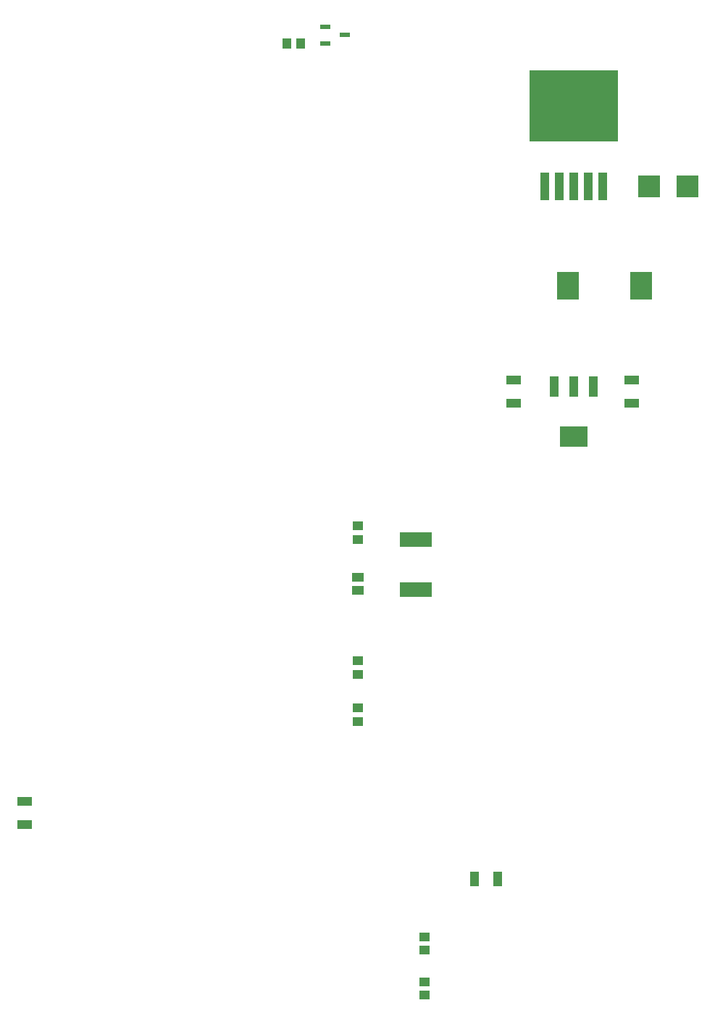
<source format=gtp>
G04*
G04 #@! TF.GenerationSoftware,Altium Limited,Altium Designer,18.1.7 (191)*
G04*
G04 Layer_Color=8421504*
%FSLAX25Y25*%
%MOIN*%
G70*
G01*
G75*
%ADD14R,0.09843X0.12598*%
%ADD15R,0.04331X0.06693*%
%ADD16R,0.06693X0.04331*%
%ADD17R,0.03937X0.05118*%
%ADD18R,0.04528X0.02362*%
%ADD19R,0.12992X0.09449*%
%ADD20R,0.03937X0.09449*%
%ADD21R,0.09843X0.09843*%
%ADD22R,0.05118X0.03937*%
%ADD23R,0.14567X0.06693*%
%ADD24R,0.05512X0.04331*%
%ADD25R,0.04134X0.12598*%
%ADD26R,0.41142X0.32677*%
D14*
X345882Y428312D02*
D03*
X311992D02*
D03*
D15*
X279921Y155512D02*
D03*
X269291D02*
D03*
D16*
X62008Y191339D02*
D03*
Y180709D02*
D03*
X341339Y374220D02*
D03*
Y384851D02*
D03*
X287205Y374220D02*
D03*
Y384851D02*
D03*
D17*
X189173Y539806D02*
D03*
X182874D02*
D03*
D18*
X200630Y547244D02*
D03*
Y539764D02*
D03*
X209488Y543504D02*
D03*
D19*
X314764Y359154D02*
D03*
D20*
X305709Y381988D02*
D03*
X314764D02*
D03*
X323819D02*
D03*
D21*
X349410Y473917D02*
D03*
X367126D02*
D03*
D22*
X215551Y228150D02*
D03*
Y234449D02*
D03*
Y256102D02*
D03*
Y249803D02*
D03*
X246063Y102165D02*
D03*
Y108465D02*
D03*
Y129134D02*
D03*
Y122835D02*
D03*
X215551Y311811D02*
D03*
Y318110D02*
D03*
D23*
X242126Y288583D02*
D03*
Y311811D02*
D03*
D24*
X215551Y294291D02*
D03*
Y288386D02*
D03*
D25*
X301378Y473917D02*
D03*
X308071D02*
D03*
X314764D02*
D03*
X321457D02*
D03*
X328150D02*
D03*
D26*
X314764Y511122D02*
D03*
M02*

</source>
